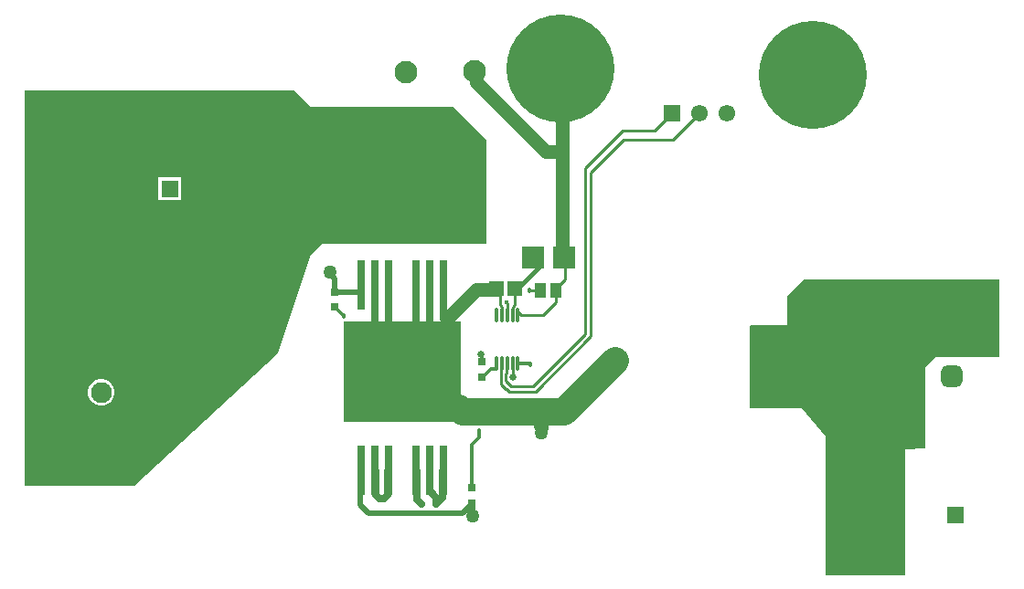
<source format=gtl>
G04*
G04 #@! TF.GenerationSoftware,Altium Limited,Altium Designer,24.10.1 (45)*
G04*
G04 Layer_Physical_Order=1*
G04 Layer_Color=255*
%FSLAX44Y44*%
%MOMM*%
G71*
G04*
G04 #@! TF.SameCoordinates,4BA20A26-6699-4CC0-9CF9-A882EA70ABF6*
G04*
G04*
G04 #@! TF.FilePolarity,Positive*
G04*
G01*
G75*
%ADD14C,0.2540*%
%ADD17R,2.1000X2.0000*%
%ADD18R,10.8000X9.4000*%
%ADD19R,0.8000X4.6000*%
%ADD20R,1.3500X1.4500*%
G04:AMPARAMS|DCode=21|XSize=0.76mm|YSize=0.6604mm|CornerRadius=0.0825mm|HoleSize=0mm|Usage=FLASHONLY|Rotation=180.000|XOffset=0mm|YOffset=0mm|HoleType=Round|Shape=RoundedRectangle|*
%AMROUNDEDRECTD21*
21,1,0.7600,0.4953,0,0,180.0*
21,1,0.5949,0.6604,0,0,180.0*
1,1,0.1651,-0.2975,0.2477*
1,1,0.1651,0.2975,0.2477*
1,1,0.1651,0.2975,-0.2477*
1,1,0.1651,-0.2975,-0.2477*
%
%ADD21ROUNDEDRECTD21*%
%ADD22R,1.1000X1.3500*%
G04:AMPARAMS|DCode=23|XSize=0.3mm|YSize=1.35mm|CornerRadius=0.0495mm|HoleSize=0mm|Usage=FLASHONLY|Rotation=0.000|XOffset=0mm|YOffset=0mm|HoleType=Round|Shape=RoundedRectangle|*
%AMROUNDEDRECTD23*
21,1,0.3000,1.2510,0,0,0.0*
21,1,0.2010,1.3500,0,0,0.0*
1,1,0.0990,0.1005,-0.6255*
1,1,0.0990,-0.1005,-0.6255*
1,1,0.0990,-0.1005,0.6255*
1,1,0.0990,0.1005,0.6255*
%
%ADD23ROUNDEDRECTD23*%
%ADD31R,1.5500X1.5500*%
%ADD32C,1.5500*%
%ADD34R,1.8288X1.8288*%
%ADD35C,1.8288*%
%ADD40C,0.3048*%
%ADD41C,0.6350*%
%ADD42C,1.2700*%
%ADD43C,0.5080*%
%ADD44C,2.5400*%
%ADD45C,0.3810*%
%ADD46C,1.9500*%
G04:AMPARAMS|DCode=47|XSize=1.95mm|YSize=1.95mm|CornerRadius=0.4875mm|HoleSize=0mm|Usage=FLASHONLY|Rotation=270.000|XOffset=0mm|YOffset=0mm|HoleType=Round|Shape=RoundedRectangle|*
%AMROUNDEDRECTD47*
21,1,1.9500,0.9750,0,0,270.0*
21,1,0.9750,1.9500,0,0,270.0*
1,1,0.9750,-0.4875,-0.4875*
1,1,0.9750,-0.4875,0.4875*
1,1,0.9750,0.4875,0.4875*
1,1,0.9750,0.4875,-0.4875*
%
%ADD47ROUNDEDRECTD47*%
%ADD48C,10.0000*%
%ADD49C,2.1000*%
%ADD50C,1.2700*%
%ADD51C,0.6350*%
%ADD52C,0.4572*%
%ADD53C,0.4064*%
G36*
X265430Y508000D02*
X397510D01*
X427990Y477520D01*
Y381000D01*
X275590D01*
X265430Y370840D01*
X234950Y279400D01*
X101600Y156210D01*
X1270D01*
X0Y157480D01*
Y523240D01*
X250190D01*
X265430Y508000D01*
D02*
G37*
G36*
X902970Y275590D02*
X843280D01*
X834390Y266700D01*
Y191770D01*
X834053Y190764D01*
X815340Y190500D01*
Y73660D01*
X741680D01*
Y201930D01*
X720052Y228600D01*
X671830D01*
Y304155D01*
X672729Y305052D01*
X706117Y304972D01*
Y332737D01*
X721360Y347980D01*
X902970D01*
Y275590D01*
D02*
G37*
%LPC*%
G36*
X144840Y442090D02*
X124260D01*
Y421510D01*
X144840D01*
Y442090D01*
D02*
G37*
G36*
X72698Y255260D02*
X69462D01*
X66336Y254422D01*
X63534Y252805D01*
X61245Y250516D01*
X59627Y247714D01*
X58790Y244588D01*
Y241352D01*
X59627Y238226D01*
X61245Y235424D01*
X63534Y233136D01*
X66336Y231518D01*
X69462Y230680D01*
X72698D01*
X75824Y231518D01*
X78626Y233136D01*
X80914Y235424D01*
X82532Y238226D01*
X83370Y241352D01*
Y244588D01*
X82532Y247714D01*
X80914Y250516D01*
X78626Y252805D01*
X75824Y254422D01*
X72698Y255260D01*
D02*
G37*
%LPD*%
D14*
X441579Y250571D02*
X445770Y246380D01*
X450370Y248920D02*
X471170D01*
X445389Y259687D02*
X446810Y261108D01*
X441579Y250571D02*
Y261265D01*
X441810Y261497D01*
X446810Y269620D02*
X447040Y269850D01*
X445389Y253901D02*
X450370Y248920D01*
X452207Y256961D02*
X452374Y256794D01*
X445389Y253901D02*
Y259687D01*
X452207Y256961D02*
Y269683D01*
X441810Y261497D02*
Y269620D01*
X452040Y269850D02*
X452207Y269683D01*
X446810Y261108D02*
Y269620D01*
X441810D02*
X442040Y269850D01*
X446206Y246380D02*
X448746Y243840D01*
X473274D02*
X524510Y295076D01*
X448746Y243840D02*
X473274D01*
X471170Y248920D02*
X519430Y297180D01*
X423418Y271668D02*
Y277622D01*
Y271668D02*
X423926Y271160D01*
X422910Y278130D02*
X423418Y277622D01*
X445770Y246380D02*
X446206D01*
X452040Y319600D02*
X452270Y319830D01*
X524510Y447040D02*
X554990Y477520D01*
X440436Y324104D02*
Y336174D01*
X452270Y319830D02*
Y322516D01*
X447040Y314350D02*
Y325882D01*
X519430Y297180D02*
Y450850D01*
X524510Y295076D02*
Y447040D01*
X496627Y366812D02*
X497712Y367897D01*
X294837Y314611D02*
X295775D01*
X459740Y314960D02*
X480255D01*
X497712Y367897D02*
X499640Y368300D01*
X452040Y334570D02*
X452264D01*
X600710Y477520D02*
X624840Y501650D01*
X441981Y314409D02*
Y322559D01*
X452040Y314350D02*
Y319600D01*
X500570Y347500D02*
Y360974D01*
X441981Y314409D02*
X442040Y314350D01*
X457350Y317350D02*
X459740Y314960D01*
X583391Y485601D02*
X599440Y501650D01*
X554181Y485601D02*
X583391D01*
X287020Y321930D02*
X287518D01*
X480255Y314960D02*
X492140Y326845D01*
X496627Y364917D02*
X496627Y366812D01*
X287518Y321930D02*
X294837Y314611D01*
X452264Y334570D02*
X453724Y333110D01*
Y323970D02*
Y333110D01*
X492140Y339070D02*
X500570Y347500D01*
X440436Y324104D02*
X441981Y322559D01*
X452270Y322516D02*
X453724Y323970D01*
X446532Y326390D02*
X447040Y325882D01*
X519430Y450850D02*
X554181Y485601D01*
X554990Y477520D02*
X600710D01*
X492140Y326845D02*
Y339070D01*
X496627Y364917D02*
X500570Y360974D01*
X295775Y314611D02*
X296164Y314222D01*
X467360Y337820D02*
X478140D01*
D17*
X499640Y368300D02*
D03*
X470640D02*
D03*
D18*
X349758Y434146D02*
D03*
Y262396D02*
D03*
D19*
X387858Y342646D02*
D03*
X375158D02*
D03*
X362458D02*
D03*
X337058D02*
D03*
X324358D02*
D03*
X311658D02*
D03*
X387858Y170896D02*
D03*
X375158D02*
D03*
X362458D02*
D03*
X337058D02*
D03*
X324358D02*
D03*
X311658D02*
D03*
D20*
X454020Y339090D02*
D03*
X437520D02*
D03*
D21*
X287020Y335930D02*
D03*
Y321930D02*
D03*
X414020Y140320D02*
D03*
Y154320D02*
D03*
X423926Y257160D02*
D03*
Y271160D02*
D03*
D22*
X478140Y337820D02*
D03*
X492140D02*
D03*
D23*
X437040Y314350D02*
D03*
X442040D02*
D03*
X447040D02*
D03*
X452040D02*
D03*
X437040Y269850D02*
D03*
X442040D02*
D03*
X447040D02*
D03*
X452040D02*
D03*
X457040Y314350D02*
D03*
Y269850D02*
D03*
D31*
X134550Y431800D02*
D03*
X862330Y129540D02*
D03*
X599440Y501650D02*
D03*
D32*
X209550Y431800D02*
D03*
X787330Y129540D02*
D03*
X624840Y501650D02*
D03*
X650240D02*
D03*
D34*
X689610Y272288D02*
D03*
D35*
X547370D02*
D03*
D40*
X457040Y269850D02*
X468020D01*
X468630Y269240D01*
X437040Y264648D02*
Y269850D01*
X421400Y201595D02*
Y207250D01*
X432416Y264624D02*
X437016D01*
X414020Y154320D02*
Y194216D01*
X424830Y257038D02*
X432416Y264624D01*
X421386Y207264D02*
X421400Y207250D01*
X424830Y256540D02*
Y257038D01*
X414020Y194216D02*
X421400Y201595D01*
X437016Y264624D02*
X437040Y264648D01*
D41*
X387858Y311150D02*
Y342646D01*
X387033Y170071D02*
X387858Y170896D01*
X332690Y144145D02*
X336233Y147689D01*
X324358Y287796D02*
Y342646D01*
X328727Y144145D02*
X330708D01*
X381508Y139446D02*
X387033Y144971D01*
Y170071D01*
X375158Y151896D02*
Y170896D01*
X336233Y170071D02*
X337058Y170896D01*
X325183Y147689D02*
Y170071D01*
X337058Y275096D02*
Y342646D01*
X362458Y275096D02*
Y278892D01*
X375158Y291592D02*
Y342646D01*
X381508Y139446D02*
Y145546D01*
X337058Y275096D02*
X349758Y262396D01*
X375158Y151896D02*
X381508Y145546D01*
X362458Y170896D02*
X363283Y170071D01*
Y143701D02*
Y170071D01*
X325183Y147689D02*
X328727Y144145D01*
X336233Y147689D02*
Y170071D01*
X362458Y278892D02*
Y342646D01*
X324358Y287796D02*
X337058Y275096D01*
X330708Y144145D02*
X332690D01*
X363283Y143701D02*
X367538Y139446D01*
X324358Y170896D02*
X325183Y170071D01*
D42*
X497840Y370100D02*
Y466090D01*
X418148Y530542D02*
Y539432D01*
X477520Y212090D02*
Y223520D01*
Y212090D02*
X478790Y210820D01*
X362458Y278892D02*
X375158Y291592D01*
X437182Y338752D02*
X437520Y339090D01*
X391160Y303046D02*
Y311150D01*
X418762Y338752D01*
X418148Y530542D02*
X482600Y466090D01*
X497840D01*
X349758Y266192D02*
X362458Y278892D01*
X497840Y370100D02*
X499640Y368300D01*
X375158Y291592D02*
X379706D01*
X497840Y466090D02*
Y542290D01*
X416560Y541020D02*
X418148Y539432D01*
X476250Y224790D02*
X477520Y223520D01*
X418762Y338752D02*
X437182D01*
X349758Y262396D02*
Y266192D01*
X379706Y291592D02*
X391160Y303046D01*
D43*
X415052Y139786D02*
X415290Y139548D01*
X311658Y337390D02*
Y342646D01*
X310833Y138866D02*
Y170071D01*
X283210Y352268D02*
Y354330D01*
X414554Y139786D02*
X415052D01*
X287020Y335930D02*
X310198D01*
X405959Y131191D02*
X414554Y139786D01*
X310833Y138866D02*
X318508Y131191D01*
X283210Y352268D02*
X287020Y348458D01*
X415290Y128270D02*
Y139548D01*
X310198Y335930D02*
X311658Y337390D01*
X318508Y131191D02*
X405959D01*
X310833Y170071D02*
X311658Y170896D01*
X287020Y335930D02*
Y348458D01*
D44*
X349758Y262396D02*
X384058Y228096D01*
X402631D01*
X476250Y224790D02*
X499872D01*
X402631Y228096D02*
X405937Y224790D01*
X476250D01*
X499872D02*
X547370Y272288D01*
D45*
X470640Y368300D02*
X472132Y368470D01*
X469900Y361395D02*
Y369570D01*
X472132Y368470D02*
X473491D01*
X450770Y335840D02*
X454020Y339090D01*
X455290Y337820D02*
X478455Y360985D01*
D46*
X71080Y242970D02*
D03*
X858560Y308210D02*
D03*
D47*
X71080Y292970D02*
D03*
X858560Y258210D02*
D03*
D48*
X496570Y543560D02*
D03*
X730250Y537210D02*
D03*
D49*
X416560Y541020D02*
D03*
X353060Y539750D02*
D03*
D50*
X415290Y128270D02*
D03*
X478790Y205740D02*
D03*
X283210Y354330D02*
D03*
D51*
X452374Y256794D02*
D03*
X422910Y278130D02*
D03*
X330708Y144145D02*
D03*
X367538Y139446D02*
D03*
X381508D02*
D03*
D52*
X468630Y269240D02*
D03*
X421386Y207264D02*
D03*
X296164Y314222D02*
D03*
X467360Y337820D02*
D03*
D53*
X446532Y326390D02*
D03*
M02*

</source>
